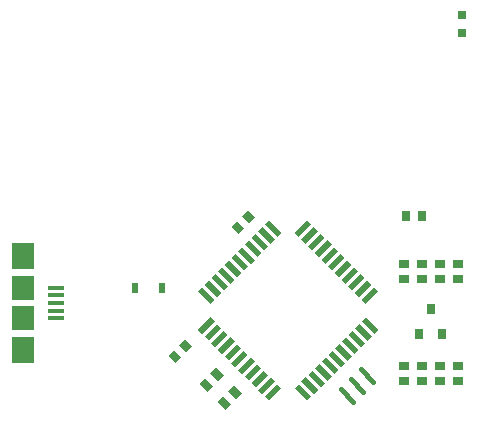
<source format=gtp>
G75*
%MOIN*%
%OFA0B0*%
%FSLAX25Y25*%
%IPPOS*%
%LPD*%
%AMOC8*
5,1,8,0,0,1.08239X$1,22.5*
%
%ADD10R,0.05906X0.01969*%
%ADD11R,0.01969X0.05906*%
%ADD12R,0.02756X0.03543*%
%ADD13C,0.01772*%
%ADD14R,0.05512X0.01575*%
%ADD15R,0.07480X0.07874*%
%ADD16R,0.07480X0.08661*%
%ADD17R,0.02480X0.03268*%
%ADD18R,0.03150X0.03543*%
%ADD19R,0.03543X0.02756*%
%ADD20R,0.03150X0.03150*%
D10*
G36*
X0096382Y0032071D02*
X0092207Y0027896D01*
X0090816Y0029287D01*
X0094991Y0033462D01*
X0096382Y0032071D01*
G37*
G36*
X0094155Y0034298D02*
X0089980Y0030123D01*
X0088589Y0031514D01*
X0092764Y0035689D01*
X0094155Y0034298D01*
G37*
G36*
X0091928Y0036525D02*
X0087753Y0032350D01*
X0086362Y0033741D01*
X0090537Y0037916D01*
X0091928Y0036525D01*
G37*
G36*
X0089700Y0038752D02*
X0085525Y0034577D01*
X0084134Y0035968D01*
X0088309Y0040143D01*
X0089700Y0038752D01*
G37*
G36*
X0087473Y0040979D02*
X0083298Y0036804D01*
X0081907Y0038195D01*
X0086082Y0042370D01*
X0087473Y0040979D01*
G37*
G36*
X0098609Y0029844D02*
X0094434Y0025669D01*
X0093043Y0027060D01*
X0097218Y0031235D01*
X0098609Y0029844D01*
G37*
G36*
X0100836Y0027617D02*
X0096661Y0023442D01*
X0095270Y0024833D01*
X0099445Y0029008D01*
X0100836Y0027617D01*
G37*
G36*
X0103063Y0025390D02*
X0098888Y0021215D01*
X0097497Y0022606D01*
X0101672Y0026781D01*
X0103063Y0025390D01*
G37*
G36*
X0105290Y0023162D02*
X0101115Y0018987D01*
X0099724Y0020378D01*
X0103899Y0024553D01*
X0105290Y0023162D01*
G37*
G36*
X0107517Y0020935D02*
X0103342Y0016760D01*
X0101951Y0018151D01*
X0106126Y0022326D01*
X0107517Y0020935D01*
G37*
G36*
X0109744Y0018708D02*
X0105569Y0014533D01*
X0104178Y0015924D01*
X0108353Y0020099D01*
X0109744Y0018708D01*
G37*
G36*
X0142038Y0051001D02*
X0137863Y0046826D01*
X0136472Y0048217D01*
X0140647Y0052392D01*
X0142038Y0051001D01*
G37*
G36*
X0139810Y0053228D02*
X0135635Y0049053D01*
X0134244Y0050444D01*
X0138419Y0054619D01*
X0139810Y0053228D01*
G37*
G36*
X0137583Y0055455D02*
X0133408Y0051280D01*
X0132017Y0052671D01*
X0136192Y0056846D01*
X0137583Y0055455D01*
G37*
G36*
X0135356Y0057683D02*
X0131181Y0053508D01*
X0129790Y0054899D01*
X0133965Y0059074D01*
X0135356Y0057683D01*
G37*
G36*
X0133129Y0059910D02*
X0128954Y0055735D01*
X0127563Y0057126D01*
X0131738Y0061301D01*
X0133129Y0059910D01*
G37*
G36*
X0130902Y0062137D02*
X0126727Y0057962D01*
X0125336Y0059353D01*
X0129511Y0063528D01*
X0130902Y0062137D01*
G37*
G36*
X0128675Y0064364D02*
X0124500Y0060189D01*
X0123109Y0061580D01*
X0127284Y0065755D01*
X0128675Y0064364D01*
G37*
G36*
X0126448Y0066591D02*
X0122273Y0062416D01*
X0120882Y0063807D01*
X0125057Y0067982D01*
X0126448Y0066591D01*
G37*
G36*
X0124221Y0068818D02*
X0120046Y0064643D01*
X0118655Y0066034D01*
X0122830Y0070209D01*
X0124221Y0068818D01*
G37*
G36*
X0121994Y0071045D02*
X0117819Y0066870D01*
X0116428Y0068261D01*
X0120603Y0072436D01*
X0121994Y0071045D01*
G37*
G36*
X0119766Y0073272D02*
X0115591Y0069097D01*
X0114200Y0070488D01*
X0118375Y0074663D01*
X0119766Y0073272D01*
G37*
D11*
G36*
X0109744Y0070488D02*
X0108353Y0069097D01*
X0104178Y0073272D01*
X0105569Y0074663D01*
X0109744Y0070488D01*
G37*
G36*
X0107517Y0068261D02*
X0106126Y0066870D01*
X0101951Y0071045D01*
X0103342Y0072436D01*
X0107517Y0068261D01*
G37*
G36*
X0105290Y0066034D02*
X0103899Y0064643D01*
X0099724Y0068818D01*
X0101115Y0070209D01*
X0105290Y0066034D01*
G37*
G36*
X0103063Y0063807D02*
X0101672Y0062416D01*
X0097497Y0066591D01*
X0098888Y0067982D01*
X0103063Y0063807D01*
G37*
G36*
X0100836Y0061580D02*
X0099445Y0060189D01*
X0095270Y0064364D01*
X0096661Y0065755D01*
X0100836Y0061580D01*
G37*
G36*
X0098609Y0059353D02*
X0097218Y0057962D01*
X0093043Y0062137D01*
X0094434Y0063528D01*
X0098609Y0059353D01*
G37*
G36*
X0096382Y0057126D02*
X0094991Y0055735D01*
X0090816Y0059910D01*
X0092207Y0061301D01*
X0096382Y0057126D01*
G37*
G36*
X0094155Y0054899D02*
X0092764Y0053508D01*
X0088589Y0057683D01*
X0089980Y0059074D01*
X0094155Y0054899D01*
G37*
G36*
X0091928Y0052671D02*
X0090537Y0051280D01*
X0086362Y0055455D01*
X0087753Y0056846D01*
X0091928Y0052671D01*
G37*
G36*
X0089700Y0050444D02*
X0088309Y0049053D01*
X0084134Y0053228D01*
X0085525Y0054619D01*
X0089700Y0050444D01*
G37*
G36*
X0087473Y0048217D02*
X0086082Y0046826D01*
X0081907Y0051001D01*
X0083298Y0052392D01*
X0087473Y0048217D01*
G37*
G36*
X0135356Y0031514D02*
X0133965Y0030123D01*
X0129790Y0034298D01*
X0131181Y0035689D01*
X0135356Y0031514D01*
G37*
G36*
X0133129Y0029287D02*
X0131738Y0027896D01*
X0127563Y0032071D01*
X0128954Y0033462D01*
X0133129Y0029287D01*
G37*
G36*
X0130902Y0027060D02*
X0129511Y0025669D01*
X0125336Y0029844D01*
X0126727Y0031235D01*
X0130902Y0027060D01*
G37*
G36*
X0128675Y0024833D02*
X0127284Y0023442D01*
X0123109Y0027617D01*
X0124500Y0029008D01*
X0128675Y0024833D01*
G37*
G36*
X0126448Y0022606D02*
X0125057Y0021215D01*
X0120882Y0025390D01*
X0122273Y0026781D01*
X0126448Y0022606D01*
G37*
G36*
X0124221Y0020378D02*
X0122830Y0018987D01*
X0118655Y0023162D01*
X0120046Y0024553D01*
X0124221Y0020378D01*
G37*
G36*
X0121994Y0018151D02*
X0120603Y0016760D01*
X0116428Y0020935D01*
X0117819Y0022326D01*
X0121994Y0018151D01*
G37*
G36*
X0119766Y0015924D02*
X0118375Y0014533D01*
X0114200Y0018708D01*
X0115591Y0020099D01*
X0119766Y0015924D01*
G37*
G36*
X0137583Y0033741D02*
X0136192Y0032350D01*
X0132017Y0036525D01*
X0133408Y0037916D01*
X0137583Y0033741D01*
G37*
G36*
X0139810Y0035968D02*
X0138419Y0034577D01*
X0134244Y0038752D01*
X0135635Y0040143D01*
X0139810Y0035968D01*
G37*
G36*
X0142038Y0038195D02*
X0140647Y0036804D01*
X0136472Y0040979D01*
X0137863Y0042370D01*
X0142038Y0038195D01*
G37*
D12*
G36*
X0082437Y0020066D02*
X0084386Y0022015D01*
X0086889Y0019512D01*
X0084940Y0017563D01*
X0082437Y0020066D01*
G37*
G36*
X0086056Y0023685D02*
X0088005Y0025634D01*
X0090508Y0023131D01*
X0088559Y0021182D01*
X0086056Y0023685D01*
G37*
G36*
X0092056Y0017685D02*
X0094005Y0019634D01*
X0096508Y0017131D01*
X0094559Y0015182D01*
X0092056Y0017685D01*
G37*
G36*
X0088437Y0014066D02*
X0090386Y0016015D01*
X0092889Y0013512D01*
X0090940Y0011563D01*
X0088437Y0014066D01*
G37*
G36*
X0071937Y0029566D02*
X0073886Y0031515D01*
X0076389Y0029012D01*
X0074440Y0027063D01*
X0071937Y0029566D01*
G37*
G36*
X0075556Y0033185D02*
X0077505Y0035134D01*
X0080008Y0032631D01*
X0078059Y0030682D01*
X0075556Y0033185D01*
G37*
G36*
X0092937Y0072566D02*
X0094886Y0074515D01*
X0097389Y0072012D01*
X0095440Y0070063D01*
X0092937Y0072566D01*
G37*
G36*
X0096556Y0076185D02*
X0098505Y0078134D01*
X0101008Y0075631D01*
X0099059Y0073682D01*
X0096556Y0076185D01*
G37*
X0151413Y0076098D03*
X0156531Y0076098D03*
D13*
X0136288Y0024964D02*
X0140338Y0020914D01*
X0136997Y0017573D02*
X0132947Y0021623D01*
X0129607Y0018283D02*
X0133657Y0014233D01*
D14*
X0034693Y0041980D03*
X0034693Y0044539D03*
X0034693Y0047098D03*
X0034693Y0049657D03*
X0034693Y0052216D03*
D15*
X0023472Y0052020D03*
X0023472Y0042177D03*
D16*
X0023472Y0031350D03*
X0023472Y0062846D03*
D17*
X0060945Y0052098D03*
X0070000Y0052098D03*
D18*
X0155732Y0036661D03*
X0163213Y0036661D03*
X0159472Y0044929D03*
D19*
X0156472Y0055039D03*
X0150472Y0055039D03*
X0162472Y0055039D03*
X0168472Y0055039D03*
X0168472Y0060157D03*
X0162472Y0060157D03*
X0156472Y0060157D03*
X0150472Y0060157D03*
X0150472Y0026157D03*
X0156472Y0026157D03*
X0162472Y0026157D03*
X0168472Y0026157D03*
X0168472Y0021039D03*
X0162472Y0021039D03*
X0156472Y0021039D03*
X0150472Y0021039D03*
D20*
X0169972Y0137146D03*
X0169972Y0143051D03*
M02*

</source>
